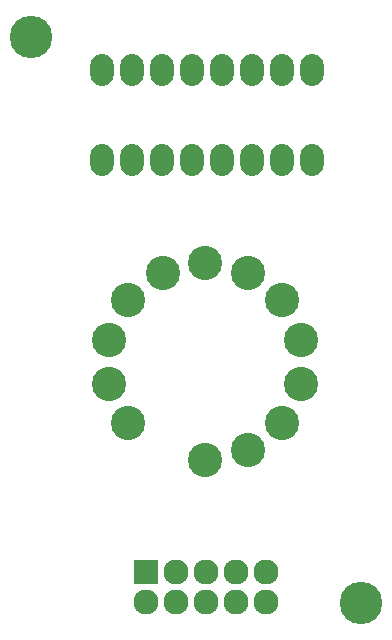
<source format=gts>
G04 #@! TF.FileFunction,Soldermask,Top*
%FSLAX46Y46*%
G04 Gerber Fmt 4.6, Leading zero omitted, Abs format (unit mm)*
G04 Created by KiCad (PCBNEW 4.0.4-stable) date 12/20/16 14:51:55*
%MOMM*%
%LPD*%
G01*
G04 APERTURE LIST*
%ADD10C,0.100000*%
%ADD11R,2.127200X2.127200*%
%ADD12O,2.127200X2.127200*%
%ADD13O,2.000000X2.700000*%
%ADD14C,2.900000*%
%ADD15C,3.600000*%
G04 APERTURE END LIST*
D10*
D11*
X141777720Y-121554240D03*
D12*
X141777720Y-124094240D03*
X144317720Y-121554240D03*
X144317720Y-124094240D03*
X146857720Y-121554240D03*
X146857720Y-124094240D03*
X149397720Y-121554240D03*
X149397720Y-124094240D03*
X151937720Y-121554240D03*
X151937720Y-124094240D03*
D13*
X138079480Y-79070200D03*
X140619480Y-79070200D03*
X143159480Y-79070200D03*
X145699480Y-79070200D03*
X148239480Y-79070200D03*
X150779480Y-79070200D03*
X153319480Y-79070200D03*
X155859480Y-79070200D03*
X155859480Y-86690200D03*
X153319480Y-86690200D03*
X150779480Y-86690200D03*
X148239480Y-86690200D03*
X145699480Y-86690200D03*
X143159480Y-86690200D03*
X140619480Y-86690200D03*
X138079480Y-86690200D03*
D14*
X140271680Y-108964240D03*
X138671680Y-105624240D03*
X138671680Y-101914240D03*
X140281680Y-98574240D03*
X143181680Y-96264240D03*
X146791680Y-95444240D03*
X150411680Y-96274240D03*
X153301680Y-98584240D03*
X154911680Y-105634240D03*
X154911680Y-101914240D03*
X153301680Y-108964240D03*
X150401680Y-111284240D03*
X146791680Y-112104240D03*
D15*
X160000000Y-124250000D03*
X132000000Y-76250000D03*
M02*

</source>
